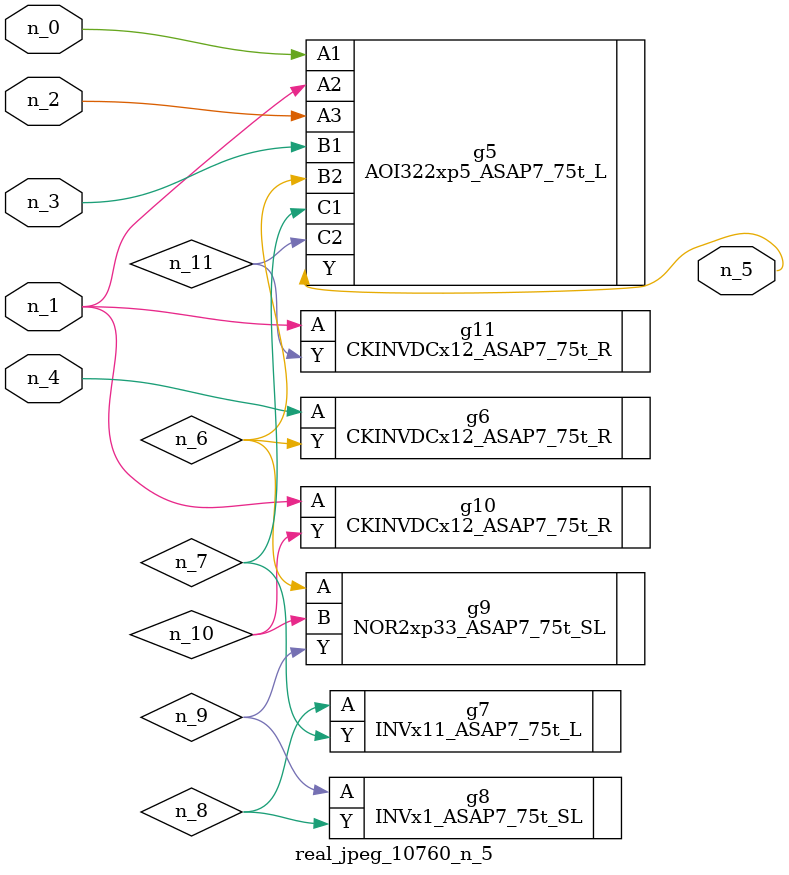
<source format=v>
module real_jpeg_10760_n_5 (n_4, n_0, n_1, n_2, n_3, n_5);

input n_4;
input n_0;
input n_1;
input n_2;
input n_3;

output n_5;

wire n_8;
wire n_11;
wire n_6;
wire n_7;
wire n_10;
wire n_9;

AOI322xp5_ASAP7_75t_L g5 ( 
.A1(n_0),
.A2(n_1),
.A3(n_2),
.B1(n_3),
.B2(n_6),
.C1(n_7),
.C2(n_11),
.Y(n_5)
);

CKINVDCx12_ASAP7_75t_R g10 ( 
.A(n_1),
.Y(n_10)
);

CKINVDCx12_ASAP7_75t_R g11 ( 
.A(n_1),
.Y(n_11)
);

CKINVDCx12_ASAP7_75t_R g6 ( 
.A(n_4),
.Y(n_6)
);

NOR2xp33_ASAP7_75t_SL g9 ( 
.A(n_6),
.B(n_10),
.Y(n_9)
);

INVx11_ASAP7_75t_L g7 ( 
.A(n_8),
.Y(n_7)
);

INVx1_ASAP7_75t_SL g8 ( 
.A(n_9),
.Y(n_8)
);


endmodule
</source>
